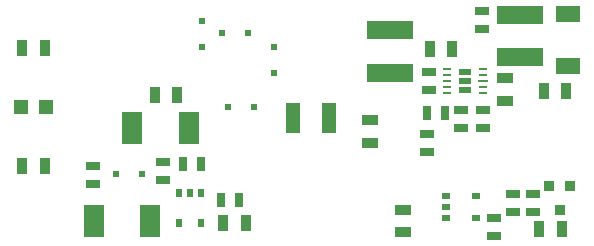
<source format=gbp>
%FSLAX34Y34*%
G04 Gerber Fmt 3.4, Leading zero omitted, Abs format*
G04 (created by PCBNEW (2013-11-03 BZR 4430)-product) date Fri 08 Nov 2013 11:28:15 PM CST*
%MOIN*%
G01*
G70*
G90*
G04 APERTURE LIST*
%ADD10C,0.005906*%
%ADD11R,0.030000X0.020000*%
%ADD12R,0.020000X0.030000*%
%ADD13R,0.070900X0.106300*%
%ADD14R,0.035000X0.055000*%
%ADD15R,0.045000X0.025000*%
%ADD16R,0.025000X0.045000*%
%ADD17R,0.047200X0.047200*%
%ADD18R,0.050000X0.100000*%
%ADD19R,0.055000X0.035000*%
%ADD20R,0.036000X0.036000*%
%ADD21R,0.157480X0.059055*%
%ADD22R,0.023622X0.023622*%
%ADD23R,0.082677X0.055118*%
%ADD24R,0.043307X0.019409*%
%ADD25O,0.031496X0.009843*%
%ADD26O,0.035039X0.009843*%
G04 APERTURE END LIST*
G54D10*
G54D11*
X55877Y-45079D03*
X55877Y-44329D03*
X56877Y-45079D03*
X55877Y-44704D03*
X56877Y-44329D03*
G54D12*
X46967Y-44224D03*
X47717Y-44224D03*
X46967Y-45224D03*
X47342Y-44224D03*
X47717Y-45224D03*
G54D13*
X45413Y-42066D03*
X47303Y-42066D03*
X46020Y-45175D03*
X44130Y-45175D03*
G54D14*
X41750Y-39409D03*
X42500Y-39409D03*
X41750Y-43346D03*
X42500Y-43346D03*
G54D15*
X57060Y-38780D03*
X57060Y-38180D03*
X56360Y-42080D03*
X56360Y-41480D03*
X46450Y-43200D03*
X46450Y-43800D03*
X44100Y-43925D03*
X44100Y-43325D03*
G54D16*
X55240Y-41560D03*
X55840Y-41560D03*
G54D15*
X55240Y-42860D03*
X55240Y-42260D03*
X57100Y-41480D03*
X57100Y-42080D03*
X55314Y-40192D03*
X55314Y-40792D03*
G54D16*
X47100Y-43250D03*
X47700Y-43250D03*
X48375Y-44475D03*
X48975Y-44475D03*
G54D15*
X57480Y-45078D03*
X57480Y-45678D03*
G54D17*
X42538Y-41377D03*
X41712Y-41377D03*
G54D18*
X51977Y-41732D03*
X50777Y-41732D03*
G54D14*
X46165Y-40980D03*
X46915Y-40980D03*
X55325Y-39440D03*
X56075Y-39440D03*
X48443Y-45216D03*
X49193Y-45216D03*
X58975Y-45433D03*
X59725Y-45433D03*
G54D15*
X58120Y-44260D03*
X58120Y-44860D03*
G54D19*
X54429Y-45532D03*
X54429Y-44782D03*
X57840Y-40405D03*
X57840Y-41155D03*
X53346Y-41810D03*
X53346Y-42560D03*
G54D14*
X59882Y-40826D03*
X59132Y-40826D03*
G54D20*
X60010Y-44000D03*
X59310Y-44000D03*
X59660Y-44800D03*
G54D15*
X58760Y-44860D03*
X58760Y-44260D03*
G54D21*
X58346Y-38287D03*
X58346Y-39704D03*
X54015Y-40216D03*
X54015Y-38799D03*
G54D22*
X49283Y-38900D03*
X48416Y-38900D03*
X47736Y-39350D03*
X47736Y-38484D03*
X48591Y-41375D03*
X49458Y-41375D03*
X50125Y-39366D03*
X50125Y-40233D03*
X45733Y-43600D03*
X44866Y-43600D03*
G54D23*
X59940Y-38273D03*
X59940Y-40006D03*
G54D24*
X56500Y-40187D03*
X56500Y-40500D03*
G54D25*
X57090Y-40106D03*
X57090Y-40303D03*
G54D26*
X57090Y-40500D03*
G54D25*
X57090Y-40696D03*
X57090Y-40893D03*
X55909Y-40893D03*
X55909Y-40696D03*
X55909Y-40500D03*
X55909Y-40303D03*
X55909Y-40106D03*
G54D24*
X56500Y-40812D03*
M02*

</source>
